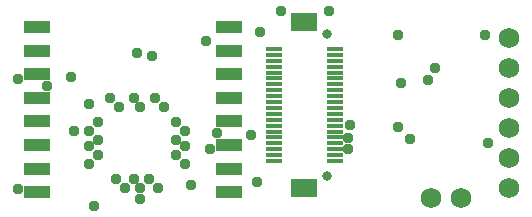
<source format=gbr>
G04 EAGLE Gerber RS-274X export*
G75*
%MOMM*%
%FSLAX34Y34*%
%LPD*%
%INSoldermask Bottom*%
%IPPOS*%
%AMOC8*
5,1,8,0,0,1.08239X$1,22.5*%
G01*
%ADD10R,1.353200X0.453200*%
%ADD11R,2.303200X1.603200*%
%ADD12C,0.803200*%
%ADD13C,1.727200*%
%ADD14R,2.203200X1.003200*%
%ADD15C,0.959600*%


D10*
X332530Y152940D03*
X281030Y152940D03*
X332530Y147940D03*
X281030Y147940D03*
X332530Y142940D03*
X281030Y142940D03*
X332530Y137940D03*
X281030Y137940D03*
X332530Y132940D03*
X281030Y132940D03*
X332530Y127940D03*
X281030Y127940D03*
X332530Y122940D03*
X281030Y122940D03*
X332530Y117940D03*
X281030Y117940D03*
X332530Y112940D03*
X281030Y112940D03*
X332530Y107940D03*
X281030Y107940D03*
X332530Y102940D03*
X281030Y102940D03*
X332530Y97940D03*
X281030Y97940D03*
X332530Y92940D03*
X281030Y92940D03*
X332530Y87940D03*
X281030Y87940D03*
X332530Y82940D03*
X281030Y82940D03*
D11*
X306780Y175440D03*
X306780Y35440D03*
D12*
X325780Y165440D03*
X325780Y45440D03*
D10*
X332530Y77940D03*
X281030Y77940D03*
X332530Y72940D03*
X281030Y72940D03*
X332530Y67940D03*
X281030Y67940D03*
X332530Y62940D03*
X281030Y62940D03*
X332530Y57940D03*
X281030Y57940D03*
D13*
X414480Y26580D03*
X439880Y26580D03*
D14*
X80780Y31580D03*
X80780Y51580D03*
X80780Y71580D03*
X80780Y91580D03*
X80780Y111580D03*
X80780Y131580D03*
X80780Y151580D03*
X80780Y171580D03*
X242780Y171580D03*
X242780Y151580D03*
X242780Y131580D03*
X242780Y111580D03*
X242780Y91580D03*
X242780Y71580D03*
X242780Y51580D03*
X242780Y31580D03*
D13*
X480060Y86360D03*
X480060Y111760D03*
X480060Y35560D03*
X480060Y60960D03*
X480060Y137160D03*
X480060Y162560D03*
D15*
X167640Y104140D03*
X287020Y185420D03*
X327660Y185420D03*
X165100Y149860D03*
X459740Y165100D03*
X111760Y83820D03*
X109220Y129540D03*
X210820Y38100D03*
X386080Y165100D03*
X462280Y73660D03*
X388620Y124460D03*
X345440Y88900D03*
X223520Y160020D03*
X269240Y167640D03*
X266700Y40640D03*
X162560Y111760D03*
X411480Y127000D03*
X89154Y121158D03*
X262128Y80010D03*
X64770Y127254D03*
X175260Y43180D03*
X233172Y81534D03*
X182880Y35560D03*
X227076Y67818D03*
X162560Y43180D03*
X343662Y68580D03*
X198120Y76200D03*
X205740Y83820D03*
X386334Y86868D03*
X396240Y76962D03*
X64770Y34290D03*
X154940Y35560D03*
X167640Y25908D03*
X417576Y137160D03*
X147320Y43180D03*
X128778Y19812D03*
X167640Y35560D03*
X343662Y77724D03*
X132080Y91440D03*
X177800Y147320D03*
X205740Y55880D03*
X198120Y63500D03*
X205740Y71120D03*
X198120Y91440D03*
X124460Y55880D03*
X132080Y63500D03*
X124460Y71120D03*
X132080Y76200D03*
X124460Y83820D03*
X142240Y111760D03*
X124460Y106680D03*
X149860Y104140D03*
X180340Y111760D03*
X187960Y104140D03*
M02*

</source>
